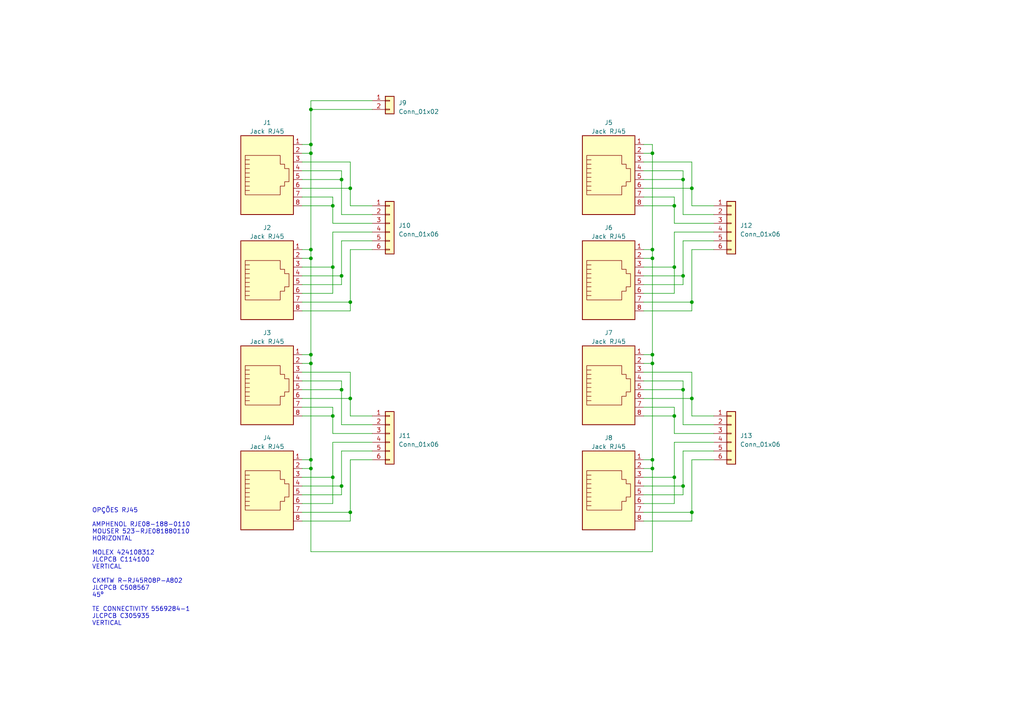
<source format=kicad_sch>
(kicad_sch (version 20230121) (generator eeschema)
  (paper "A4")
  (title_block (title "8 channel RJ45 breakout board") (date "2022-04-01") (rev "V3"))
  (lib_symbols
    (symbol "Connector:RJ45" (pin_names (offset 1.016))
      (property "Reference" "J" (at -5.08 13.97 0))
      (property "Value" "RJ45" (at 2.54 13.97 0))
      (symbol "RJ45_0_1"
        (polyline (pts (xy -5.08 4.445) (xy -6.35 4.445)))
        (polyline (pts (xy -5.08 5.715) (xy -6.35 5.715)))
        (polyline (pts (xy -6.35 -3.175) (xy -5.08 -3.175) (xy -5.08 -3.175)))
        (polyline (pts (xy -6.35 -1.905) (xy -5.08 -1.905) (xy -5.08 -1.905)))
        (polyline (pts (xy -6.35 -0.635) (xy -5.08 -0.635) (xy -5.08 -0.635)))
        (polyline (pts (xy -6.35 0.635) (xy -5.08 0.635) (xy -5.08 0.635)))
        (polyline (pts (xy -6.35 1.905) (xy -5.08 1.905) (xy -5.08 1.905)))
        (polyline (pts (xy -5.08 3.175) (xy -6.35 3.175) (xy -6.35 3.175)))
        (polyline (pts (xy -6.35 -4.445) (xy -6.35 6.985) (xy 3.81 6.985) (xy 3.81 4.445) (xy 5.08 4.445) (xy 5.08 3.175) (xy 6.35 3.175) (xy 6.35 -0.635) (xy 5.08 -0.635) (xy 5.08 -1.905) (xy 3.81 -1.905) (xy 3.81 -4.445) (xy -6.35 -4.445) (xy -6.35 -4.445)))
        (rectangle (start 7.62 12.7) (end -7.62 -10.16) (stroke (width 0.254)) (fill (type background)))
      )
      (symbol "RJ45_1_1"
        (pin passive line (at 10.16 -7.62 180) (length 2.54) (name "~") (number "1"))
        (pin passive line (at 10.16 -5.08 180) (length 2.54) (name "~") (number "2"))
        (pin passive line (at 10.16 -2.54 180) (length 2.54) (name "~") (number "3"))
        (pin passive line (at 10.16 0 180) (length 2.54) (name "~") (number "4"))
        (pin passive line (at 10.16 2.54 180) (length 2.54) (name "~") (number "5"))
        (pin passive line (at 10.16 5.08 180) (length 2.54) (name "~") (number "6"))
        (pin passive line (at 10.16 7.62 180) (length 2.54) (name "~") (number "7"))
        (pin passive line (at 10.16 10.16 180) (length 2.54) (name "~") (number "8"))
      )
    )
    (symbol "Connector_Generic:Conn_01x02" (pin_names (offset 1.016) hide)
      (property "Reference" "J" (at 0 2.54 0))
      (property "Value" "Conn_01x02" (at 0 -5.08 0))
      (symbol "Conn_01x02_1_1"
        (rectangle (start -1.27 -2.413) (end 0 -2.667) (stroke (width 0.1524)))
        (rectangle (start -1.27 0.127) (end 0 -0.127) (stroke (width 0.1524)))
        (rectangle (start -1.27 1.27) (end 1.27 -3.81) (stroke (width 0.254)) (fill (type background)))
        (pin passive line (at -5.08 0 0) (length 3.81) (name "Pin_1") (number "1"))
        (pin passive line (at -5.08 -2.54 0) (length 3.81) (name "Pin_2") (number "2"))
      )
    )
    (symbol "Connector_Generic:Conn_01x06" (pin_names (offset 1.016) hide)
      (property "Reference" "J" (at 0 7.62 0))
      (property "Value" "Conn_01x06" (at 0 -10.16 0))
      (symbol "Conn_01x06_1_1"
        (rectangle (start -1.27 -7.493) (end 0 -7.747) (stroke (width 0.1524)))
        (rectangle (start -1.27 -4.953) (end 0 -5.207) (stroke (width 0.1524)))
        (rectangle (start -1.27 -2.413) (end 0 -2.667) (stroke (width 0.1524)))
        (rectangle (start -1.27 0.127) (end 0 -0.127) (stroke (width 0.1524)))
        (rectangle (start -1.27 2.667) (end 0 2.413) (stroke (width 0.1524)))
        (rectangle (start -1.27 5.207) (end 0 4.953) (stroke (width 0.1524)))
        (rectangle (start -1.27 6.35) (end 1.27 -8.89) (stroke (width 0.254)) (fill (type background)))
        (pin passive line (at -5.08 5.08 0) (length 3.81) (name "Pin_1") (number "1"))
        (pin passive line (at -5.08 2.54 0) (length 3.81) (name "Pin_2") (number "2"))
        (pin passive line (at -5.08 0 0) (length 3.81) (name "Pin_3") (number "3"))
        (pin passive line (at -5.08 -2.54 0) (length 3.81) (name "Pin_4") (number "4"))
        (pin passive line (at -5.08 -5.08 0) (length 3.81) (name "Pin_5") (number "5"))
        (pin passive line (at -5.08 -7.62 0) (length 3.81) (name "Pin_6") (number "6"))
      )
    )
  )
  (junction (at 90.17 102.87))
  (junction (at 189.23 133.35))
  (junction (at 99.06 113.03))
  (junction (at 198.12 140.97))
  (junction (at 90.17 74.93))
  (junction (at 96.52 59.69))
  (junction (at 189.23 74.93))
  (junction (at 195.58 138.43))
  (junction (at 198.12 113.03))
  (junction (at 99.06 80.01))
  (junction (at 90.17 41.91))
  (junction (at 101.6 87.63))
  (junction (at 90.17 133.35))
  (junction (at 90.17 44.45))
  (junction (at 99.06 52.07))
  (junction (at 189.23 102.87))
  (junction (at 90.17 135.89))
  (junction (at 189.23 44.45))
  (junction (at 101.6 54.61))
  (junction (at 195.58 77.47))
  (junction (at 200.66 115.57))
  (junction (at 101.6 115.57))
  (junction (at 90.17 31.75))
  (junction (at 189.23 105.41))
  (junction (at 90.17 72.39))
  (junction (at 189.23 72.39))
  (junction (at 198.12 52.07))
  (junction (at 195.58 120.65))
  (junction (at 90.17 105.41))
  (junction (at 195.58 59.69))
  (junction (at 189.23 135.89))
  (junction (at 198.12 80.01))
  (junction (at 99.06 140.97))
  (junction (at 200.66 148.59))
  (junction (at 96.52 138.43))
  (junction (at 200.66 87.63))
  (junction (at 96.52 77.47))
  (junction (at 101.6 148.59))
  (junction (at 200.66 54.61))
  (junction (at 96.52 120.65))
  (wire (pts (xy 189.23 105.41) (xy 189.23 133.35)))
  (wire (pts (xy 198.12 110.49) (xy 198.12 113.03)))
  (wire (pts (xy 186.69 44.45) (xy 189.23 44.45)))
  (wire (pts (xy 195.58 67.31) (xy 207.01 67.31)))
  (wire (pts (xy 101.6 107.95) (xy 101.6 115.57)))
  (wire (pts (xy 186.69 115.57) (xy 200.66 115.57)))
  (wire (pts (xy 96.52 59.69) (xy 96.52 64.77)))
  (wire (pts (xy 198.12 49.53) (xy 198.12 52.07)))
  (wire (pts (xy 87.63 146.05) (xy 96.52 146.05)))
  (wire (pts (xy 186.69 133.35) (xy 189.23 133.35)))
  (wire (pts (xy 87.63 82.55) (xy 99.06 82.55)))
  (wire (pts (xy 99.06 130.81) (xy 99.06 140.97)))
  (wire (pts (xy 200.66 72.39) (xy 207.01 72.39)))
  (wire (pts (xy 87.63 44.45) (xy 90.17 44.45)))
  (wire (pts (xy 200.66 133.35) (xy 207.01 133.35)))
  (wire (pts (xy 96.52 146.05) (xy 96.52 138.43)))
  (wire (pts (xy 189.23 44.45) (xy 189.23 41.91)))
  (wire (pts (xy 87.63 77.47) (xy 96.52 77.47)))
  (wire (pts (xy 198.12 69.85) (xy 198.12 80.01)))
  (wire (pts (xy 87.63 59.69) (xy 96.52 59.69)))
  (wire (pts (xy 189.23 44.45) (xy 189.23 72.39)))
  (wire (pts (xy 198.12 140.97) (xy 198.12 143.51)))
  (wire (pts (xy 198.12 52.07) (xy 198.12 62.23)))
  (wire (pts (xy 186.69 143.51) (xy 198.12 143.51)))
  (wire (pts (xy 189.23 160.02) (xy 189.23 135.89)))
  (wire (pts (xy 87.63 115.57) (xy 101.6 115.57)))
  (wire (pts (xy 186.69 57.15) (xy 195.58 57.15)))
  (wire (pts (xy 186.69 113.03) (xy 198.12 113.03)))
  (wire (pts (xy 195.58 128.27) (xy 207.01 128.27)))
  (wire (pts (xy 87.63 151.13) (xy 101.6 151.13)))
  (wire (pts (xy 87.63 41.91) (xy 90.17 41.91)))
  (wire (pts (xy 96.52 120.65) (xy 96.52 125.73)))
  (wire (pts (xy 186.69 46.99) (xy 200.66 46.99)))
  (wire (pts (xy 101.6 133.35) (xy 107.95 133.35)))
  (wire (pts (xy 90.17 102.87) (xy 90.17 74.93)))
  (wire (pts (xy 87.63 140.97) (xy 99.06 140.97)))
  (wire (pts (xy 87.63 46.99) (xy 101.6 46.99)))
  (wire (pts (xy 99.06 130.81) (xy 107.95 130.81)))
  (wire (pts (xy 186.69 148.59) (xy 200.66 148.59)))
  (wire (pts (xy 87.63 133.35) (xy 90.17 133.35)))
  (wire (pts (xy 96.52 118.11) (xy 96.52 120.65)))
  (wire (pts (xy 195.58 146.05) (xy 195.58 138.43)))
  (wire (pts (xy 99.06 140.97) (xy 99.06 143.51)))
  (wire (pts (xy 87.63 135.89) (xy 90.17 135.89)))
  (wire (pts (xy 90.17 44.45) (xy 90.17 41.91)))
  (wire (pts (xy 198.12 80.01) (xy 198.12 82.55)))
  (wire (pts (xy 90.17 133.35) (xy 90.17 105.41)))
  (wire (pts (xy 101.6 115.57) (xy 101.6 120.65)))
  (wire (pts (xy 200.66 59.69) (xy 207.01 59.69)))
  (wire (pts (xy 186.69 52.07) (xy 198.12 52.07)))
  (wire (pts (xy 101.6 46.99) (xy 101.6 54.61)))
  (wire (pts (xy 186.69 90.17) (xy 200.66 90.17)))
  (wire (pts (xy 87.63 107.95) (xy 101.6 107.95)))
  (wire (pts (xy 186.69 146.05) (xy 195.58 146.05)))
  (wire (pts (xy 200.66 115.57) (xy 200.66 120.65)))
  (wire (pts (xy 186.69 77.47) (xy 195.58 77.47)))
  (wire (pts (xy 186.69 59.69) (xy 195.58 59.69)))
  (wire (pts (xy 87.63 72.39) (xy 90.17 72.39)))
  (wire (pts (xy 198.12 123.19) (xy 207.01 123.19)))
  (wire (pts (xy 200.66 87.63) (xy 200.66 72.39)))
  (wire (pts (xy 87.63 110.49) (xy 99.06 110.49)))
  (wire (pts (xy 198.12 62.23) (xy 207.01 62.23)))
  (wire (pts (xy 186.69 110.49) (xy 198.12 110.49)))
  (wire (pts (xy 96.52 57.15) (xy 96.52 59.69)))
  (wire (pts (xy 87.63 113.03) (xy 99.06 113.03)))
  (wire (pts (xy 101.6 87.63) (xy 101.6 72.39)))
  (wire (pts (xy 101.6 151.13) (xy 101.6 148.59)))
  (wire (pts (xy 101.6 72.39) (xy 107.95 72.39)))
  (wire (pts (xy 186.69 74.93) (xy 189.23 74.93)))
  (wire (pts (xy 87.63 85.09) (xy 96.52 85.09)))
  (wire (pts (xy 186.69 82.55) (xy 198.12 82.55)))
  (wire (pts (xy 200.66 120.65) (xy 207.01 120.65)))
  (wire (pts (xy 186.69 138.43) (xy 195.58 138.43)))
  (wire (pts (xy 195.58 120.65) (xy 195.58 125.73)))
  (wire (pts (xy 186.69 85.09) (xy 195.58 85.09)))
  (wire (pts (xy 195.58 77.47) (xy 195.58 67.31)))
  (wire (pts (xy 87.63 49.53) (xy 99.06 49.53)))
  (wire (pts (xy 99.06 113.03) (xy 99.06 123.19)))
  (wire (pts (xy 99.06 69.85) (xy 99.06 80.01)))
  (wire (pts (xy 198.12 113.03) (xy 198.12 123.19)))
  (wire (pts (xy 87.63 74.93) (xy 90.17 74.93)))
  (wire (pts (xy 90.17 135.89) (xy 90.17 133.35)))
  (wire (pts (xy 195.58 64.77) (xy 207.01 64.77)))
  (wire (pts (xy 198.12 130.81) (xy 198.12 140.97)))
  (wire (pts (xy 186.69 80.01) (xy 198.12 80.01)))
  (wire (pts (xy 87.63 57.15) (xy 96.52 57.15)))
  (wire (pts (xy 90.17 72.39) (xy 90.17 44.45)))
  (wire (pts (xy 200.66 148.59) (xy 200.66 133.35)))
  (wire (pts (xy 87.63 52.07) (xy 99.06 52.07)))
  (wire (pts (xy 101.6 148.59) (xy 101.6 133.35)))
  (wire (pts (xy 101.6 90.17) (xy 101.6 87.63)))
  (wire (pts (xy 195.58 85.09) (xy 195.58 77.47)))
  (wire (pts (xy 186.69 87.63) (xy 200.66 87.63)))
  (wire (pts (xy 87.63 120.65) (xy 96.52 120.65)))
  (wire (pts (xy 198.12 69.85) (xy 207.01 69.85)))
  (wire (pts (xy 96.52 85.09) (xy 96.52 77.47)))
  (wire (pts (xy 87.63 138.43) (xy 96.52 138.43)))
  (wire (pts (xy 87.63 143.51) (xy 99.06 143.51)))
  (wire (pts (xy 198.12 130.81) (xy 207.01 130.81)))
  (wire (pts (xy 96.52 125.73) (xy 107.95 125.73)))
  (wire (pts (xy 101.6 54.61) (xy 101.6 59.69)))
  (wire (pts (xy 90.17 31.75) (xy 90.17 29.21)))
  (wire (pts (xy 186.69 72.39) (xy 189.23 72.39)))
  (wire (pts (xy 101.6 59.69) (xy 107.95 59.69)))
  (wire (pts (xy 101.6 120.65) (xy 107.95 120.65)))
  (wire (pts (xy 186.69 107.95) (xy 200.66 107.95)))
  (wire (pts (xy 87.63 102.87) (xy 90.17 102.87)))
  (wire (pts (xy 87.63 54.61) (xy 101.6 54.61)))
  (wire (pts (xy 87.63 148.59) (xy 101.6 148.59)))
  (wire (pts (xy 195.58 118.11) (xy 195.58 120.65)))
  (wire (pts (xy 200.66 151.13) (xy 200.66 148.59)))
  (wire (pts (xy 87.63 105.41) (xy 90.17 105.41)))
  (wire (pts (xy 195.58 59.69) (xy 195.58 64.77)))
  (wire (pts (xy 99.06 123.19) (xy 107.95 123.19)))
  (wire (pts (xy 195.58 125.73) (xy 207.01 125.73)))
  (wire (pts (xy 87.63 87.63) (xy 101.6 87.63)))
  (wire (pts (xy 186.69 102.87) (xy 189.23 102.87)))
  (wire (pts (xy 186.69 151.13) (xy 200.66 151.13)))
  (wire (pts (xy 90.17 135.89) (xy 90.17 160.02)))
  (wire (pts (xy 90.17 31.75) (xy 107.95 31.75)))
  (wire (pts (xy 90.17 160.02) (xy 189.23 160.02)))
  (wire (pts (xy 186.69 135.89) (xy 189.23 135.89)))
  (wire (pts (xy 87.63 118.11) (xy 96.52 118.11)))
  (wire (pts (xy 189.23 74.93) (xy 189.23 72.39)))
  (wire (pts (xy 96.52 77.47) (xy 96.52 67.31)))
  (wire (pts (xy 99.06 49.53) (xy 99.06 52.07)))
  (wire (pts (xy 186.69 118.11) (xy 195.58 118.11)))
  (wire (pts (xy 87.63 90.17) (xy 101.6 90.17)))
  (wire (pts (xy 200.66 54.61) (xy 200.66 59.69)))
  (wire (pts (xy 186.69 120.65) (xy 195.58 120.65)))
  (wire (pts (xy 90.17 105.41) (xy 90.17 102.87)))
  (wire (pts (xy 186.69 49.53) (xy 198.12 49.53)))
  (wire (pts (xy 189.23 74.93) (xy 189.23 102.87)))
  (wire (pts (xy 195.58 138.43) (xy 195.58 128.27)))
  (wire (pts (xy 200.66 90.17) (xy 200.66 87.63)))
  (wire (pts (xy 99.06 69.85) (xy 107.95 69.85)))
  (wire (pts (xy 96.52 128.27) (xy 107.95 128.27)))
  (wire (pts (xy 99.06 62.23) (xy 107.95 62.23)))
  (wire (pts (xy 99.06 52.07) (xy 99.06 62.23)))
  (wire (pts (xy 186.69 54.61) (xy 200.66 54.61)))
  (wire (pts (xy 87.63 80.01) (xy 99.06 80.01)))
  (wire (pts (xy 99.06 110.49) (xy 99.06 113.03)))
  (wire (pts (xy 96.52 138.43) (xy 96.52 128.27)))
  (wire (pts (xy 189.23 135.89) (xy 189.23 133.35)))
  (wire (pts (xy 189.23 105.41) (xy 189.23 102.87)))
  (wire (pts (xy 90.17 29.21) (xy 107.95 29.21)))
  (wire (pts (xy 96.52 64.77) (xy 107.95 64.77)))
  (wire (pts (xy 90.17 74.93) (xy 90.17 72.39)))
  (wire (pts (xy 90.17 41.91) (xy 90.17 31.75)))
  (wire (pts (xy 200.66 46.99) (xy 200.66 54.61)))
  (wire (pts (xy 99.06 80.01) (xy 99.06 82.55)))
  (wire (pts (xy 186.69 140.97) (xy 198.12 140.97)))
  (wire (pts (xy 96.52 67.31) (xy 107.95 67.31)))
  (wire (pts (xy 200.66 107.95) (xy 200.66 115.57)))
  (wire (pts (xy 195.58 57.15) (xy 195.58 59.69)))
  (wire (pts (xy 186.69 105.41) (xy 189.23 105.41)))
  (wire (pts (xy 186.69 41.91) (xy 189.23 41.91)))
  (text "OPÇÕES RJ45\n\nAMPHENOL RJE08-188-0110\nMOUSER 523-RJE081880110\nHORIZONTAL\n\nMOLEX 424108312\nJLCPCB C114100\nVERTICAL\n\nCKMTW R-RJ45R08P-A802\nJLCPCB C508567\n45º\n\nTE CONNECTIVITY 5569284-1\nJLCPCB C305935\nVERTICAL" (at 26.67 181.61 0) (effects (font (size 1.27 1.27)) (justify left bottom)))
  (symbol (lib_id "Connector:RJ45") (at 77.47 140.97 0) (mirror x) (unit 1)
    (property "Reference" "J4" (at 77.47 127 0))
    (property "Value" "Jack RJ45" (at 77.47 129.54 0))
    (property "Footprint" "Tales:RJ45_Amphenol_P-RJE08-188-0X10" (effects hide))
    (property "Mfr" "Amphenol" (effects hide))
    (property "Mfr PN" "RJE08-188-0110" (effects hide))
    (property "Vendor" "Mouser" (effects hide))
    (property "Vendor PN" "523-RJE081880110" (effects hide))
    (property "JLCPCB BOM" "0" (effects hide))
  )
  (symbol (lib_id "Connector:RJ45") (at 77.47 110.49 0) (mirror x) (unit 1)
    (property "Reference" "J3" (at 77.47 96.52 0))
    (property "Value" "Jack RJ45" (at 77.47 99.06 0))
    (property "Footprint" "Tales:RJ45_Amphenol_P-RJE08-188-0X10" (effects hide))
    (property "Mfr" "Amphenol" (effects hide))
    (property "Mfr PN" "RJE08-188-0110" (effects hide))
    (property "Vendor" "Mouser" (effects hide))
    (property "Vendor PN" "523-RJE081880110" (effects hide))
    (property "JLCPCB BOM" "0" (effects hide))
  )
  (symbol (lib_id "Connector:RJ45") (at 77.47 80.01 0) (mirror x) (unit 1)
    (property "Reference" "J2" (at 77.47 66.04 0))
    (property "Value" "Jack RJ45" (at 77.47 68.58 0))
    (property "Footprint" "Tales:RJ45_Amphenol_P-RJE08-188-0X10" (effects hide))
    (property "Mfr" "Amphenol" (effects hide))
    (property "Mfr PN" "RJE08-188-0110" (effects hide))
    (property "Vendor" "Mouser" (effects hide))
    (property "Vendor PN" "523-RJE081880110" (effects hide))
    (property "JLCPCB BOM" "0" (effects hide))
  )
  (symbol (lib_id "Connector:RJ45") (at 77.47 49.53 0) (mirror x) (unit 1)
    (property "Reference" "J1" (at 77.47 35.56 0))
    (property "Value" "Jack RJ45" (at 77.47 38.1 0))
    (property "Footprint" "Tales:RJ45_Amphenol_P-RJE08-188-0X10" (effects hide))
    (property "Mfr" "Amphenol" (effects hide))
    (property "Mfr PN" "RJE08-188-0110" (effects hide))
    (property "Vendor" "Mouser" (effects hide))
    (property "Vendor PN" "523-RJE081880110" (effects hide))
    (property "JLCPCB BOM" "0" (effects hide))
  )
  (symbol (lib_id "Connector:RJ45") (at 176.53 140.97 0) (mirror x) (unit 1)
    (property "Reference" "J8" (at 176.53 127 0))
    (property "Value" "Jack RJ45" (at 176.53 129.54 0))
    (property "Footprint" "Tales:RJ45_Amphenol_P-RJE08-188-0X10" (effects hide))
    (property "Mfr" "Amphenol" (effects hide))
    (property "Mfr PN" "RJE08-188-0110" (effects hide))
    (property "Vendor" "Mouser" (effects hide))
    (property "Vendor PN" "523-RJE081880110" (effects hide))
    (property "JLCPCB BOM" "0" (effects hide))
  )
  (symbol (lib_id "Connector:RJ45") (at 176.53 110.49 0) (mirror x) (unit 1)
    (property "Reference" "J7" (at 176.53 96.52 0))
    (property "Value" "Jack RJ45" (at 176.53 99.06 0))
    (property "Footprint" "Tales:RJ45_Amphenol_P-RJE08-188-0X10" (effects hide))
    (property "Mfr" "Amphenol" (effects hide))
    (property "Mfr PN" "RJE08-188-0110" (effects hide))
    (property "Vendor" "Mouser" (effects hide))
    (property "Vendor PN" "523-RJE081880110" (effects hide))
    (property "JLCPCB BOM" "0" (effects hide))
  )
  (symbol (lib_id "Connector:RJ45") (at 176.53 80.01 0) (mirror x) (unit 1)
    (property "Reference" "J6" (at 176.53 66.04 0))
    (property "Value" "Jack RJ45" (at 176.53 68.58 0))
    (property "Footprint" "Tales:RJ45_Amphenol_P-RJE08-188-0X10" (effects hide))
    (property "Mfr" "Amphenol" (effects hide))
    (property "Mfr PN" "RJE08-188-0110" (effects hide))
    (property "Vendor" "Mouser" (effects hide))
    (property "Vendor PN" "523-RJE081880110" (effects hide))
    (property "JLCPCB BOM" "0" (effects hide))
  )
  (symbol (lib_id "Connector:RJ45") (at 176.53 49.53 0) (mirror x) (unit 1)
    (property "Reference" "J5" (at 176.53 35.56 0))
    (property "Value" "Jack RJ45" (at 176.53 38.1 0))
    (property "Footprint" "Tales:RJ45_Amphenol_P-RJE08-188-0X10" (effects hide))
    (property "Mfr" "Amphenol" (effects hide))
    (property "Mfr PN" "RJE08-188-0110" (effects hide))
    (property "Vendor" "Mouser" (effects hide))
    (property "Vendor PN" "523-RJE081880110" (effects hide))
    (property "JLCPCB BOM" "0" (effects hide))
  )
  (symbol (lib_id "Connector_Generic:Conn_01x06") (at 212.09 64.77 0) (unit 1)
    (property "Reference" "J12" (at 214.63 65.405 0) (effects (justify left)))
    (property "Value" "Conn_01x06" (at 214.63 67.945 0) (effects (justify left)))
    (property "Footprint" "Tales:TerminalBlock_Phoenix_FFKDSA1-V-2.54-6_1x06_P2.54mm_Vertical" (effects hide))
    (property "JLCPCB BOM" "1" (effects hide))
    (property "LCSC Part" "C2898748" (effects hide))
    (property "Mfr" "DIBO" (effects hide))
    (property "Mfr PN" "DB141V-2.54-6P" (effects hide))
    (property "Vendor" "JLCPCB" (effects hide))
    (property "Vendor PN" "C2898748" (effects hide))
  )
  (symbol (lib_id "Connector_Generic:Conn_01x06") (at 113.03 125.73 0) (unit 1)
    (property "Reference" "J11" (at 115.57 126.365 0) (effects (justify left)))
    (property "Value" "Conn_01x06" (at 115.57 128.905 0) (effects (justify left)))
    (property "Footprint" "Tales:TerminalBlock_Phoenix_FFKDSA1-V-2.54-6_1x06_P2.54mm_Vertical" (effects hide))
    (property "JLCPCB BOM" "1" (effects hide))
    (property "LCSC Part" "C2898748" (effects hide))
    (property "Mfr" "DIBO" (effects hide))
    (property "Mfr PN" "DB141V-2.54-6P" (effects hide))
    (property "Vendor" "JLCPCB" (effects hide))
    (property "Vendor PN" "C2898748" (effects hide))
  )
  (symbol (lib_id "Connector_Generic:Conn_01x02") (at 113.03 29.21 0) (unit 1)
    (property "Reference" "J9" (at 115.57 29.845 0) (effects (justify left)))
    (property "Value" "Conn_01x02" (at 115.57 32.385 0) (effects (justify left)))
    (property "Footprint" "Tales:TerminalBlock_Phoenix_FFKDSA-V1-5.08-2_1x02_P5.08mm_Vertical" (effects hide))
    (property "JLCPCB BOM" "1" (effects hide))
    (property "LCSC Part" "C409160" (effects hide))
    (property "Mfr" "JILN" (effects hide))
    (property "Mfr PN" "JL142V-50802GA1" (effects hide))
    (property "Vendor" "JLCPCB" (effects hide))
    (property "Vendor PN" "C409160" (effects hide))
  )
  (symbol (lib_id "Connector_Generic:Conn_01x06") (at 113.03 64.77 0) (unit 1)
    (property "Reference" "J10" (at 115.57 65.405 0) (effects (justify left)))
    (property "Value" "Conn_01x06" (at 115.57 67.945 0) (effects (justify left)))
    (property "Footprint" "Tales:TerminalBlock_Phoenix_FFKDSA1-V-2.54-6_1x06_P2.54mm_Vertical" (effects hide))
    (property "JLCPCB BOM" "1" (effects hide))
    (property "LCSC Part" "C2898748" (effects hide))
    (property "Mfr" "DIBO" (effects hide))
    (property "Mfr PN" "DB141V-2.54-6P" (effects hide))
    (property "Vendor" "JLCPCB" (effects hide))
    (property "Vendor PN" "C2898748" (effects hide))
  )
  (symbol (lib_id "Connector_Generic:Conn_01x06") (at 212.09 125.73 0) (unit 1)
    (property "Reference" "J13" (at 214.63 126.365 0) (effects (justify left)))
    (property "Value" "Conn_01x06" (at 214.63 128.905 0) (effects (justify left)))
    (property "Footprint" "Tales:TerminalBlock_Phoenix_FFKDSA1-V-2.54-6_1x06_P2.54mm_Vertical" (effects hide))
    (property "JLCPCB BOM" "1" (effects hide))
    (property "LCSC Part" "C2898748" (effects hide))
    (property "Mfr" "DIBO" (effects hide))
    (property "Mfr PN" "DB141V-2.54-6P" (effects hide))
    (property "Vendor" "JLCPCB" (effects hide))
    (property "Vendor PN" "C2898748" (effects hide))
  )
)
</source>
